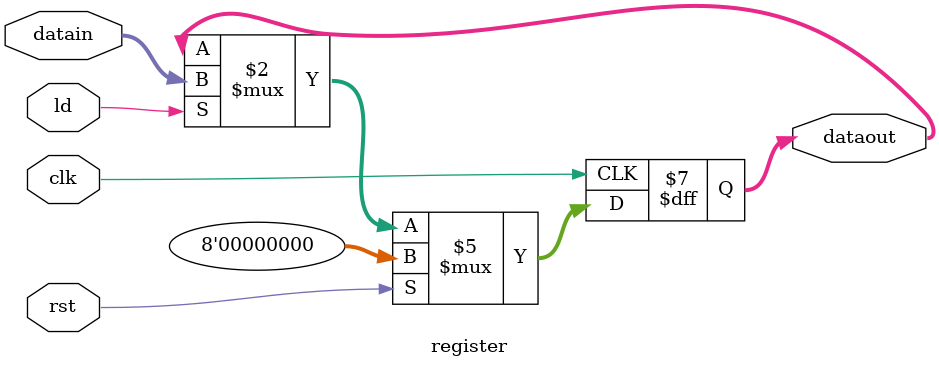
<source format=v>
module register ( clk, rst, ld, datain, dataout);
	// parameters
	parameter WIDTH = 8;
	
	// interfaces
	input	clk;
	input	rst;
	input	ld;
	input		[WIDTH - 1:0] datain;
	output reg 	[WIDTH - 1:0] dataout;
	
	always @(posedge clk ) begin
		if( rst )
			dataout <= 0;
		else if( ld )
			dataout <= datain;
	end
endmodule

</source>
